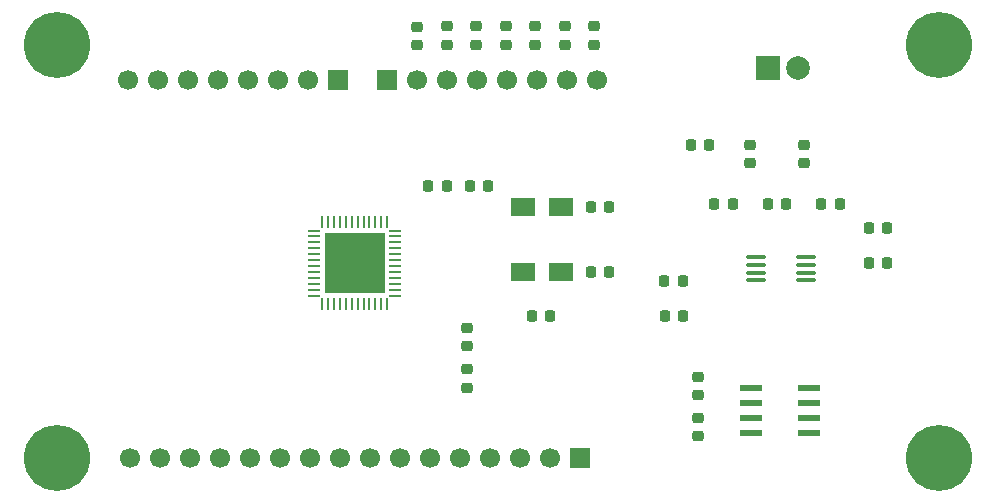
<source format=gbr>
%TF.GenerationSoftware,KiCad,Pcbnew,9.0.3*%
%TF.CreationDate,2025-07-17T21:40:03-07:00*%
%TF.ProjectId,DAQ_dev_board,4441515f-6465-4765-9f62-6f6172642e6b,rev?*%
%TF.SameCoordinates,Original*%
%TF.FileFunction,Soldermask,Top*%
%TF.FilePolarity,Negative*%
%FSLAX46Y46*%
G04 Gerber Fmt 4.6, Leading zero omitted, Abs format (unit mm)*
G04 Created by KiCad (PCBNEW 9.0.3) date 2025-07-17 21:40:03*
%MOMM*%
%LPD*%
G01*
G04 APERTURE LIST*
G04 Aperture macros list*
%AMRoundRect*
0 Rectangle with rounded corners*
0 $1 Rounding radius*
0 $2 $3 $4 $5 $6 $7 $8 $9 X,Y pos of 4 corners*
0 Add a 4 corners polygon primitive as box body*
4,1,4,$2,$3,$4,$5,$6,$7,$8,$9,$2,$3,0*
0 Add four circle primitives for the rounded corners*
1,1,$1+$1,$2,$3*
1,1,$1+$1,$4,$5*
1,1,$1+$1,$6,$7*
1,1,$1+$1,$8,$9*
0 Add four rect primitives between the rounded corners*
20,1,$1+$1,$2,$3,$4,$5,0*
20,1,$1+$1,$4,$5,$6,$7,0*
20,1,$1+$1,$6,$7,$8,$9,0*
20,1,$1+$1,$8,$9,$2,$3,0*%
G04 Aperture macros list end*
%ADD10R,1.700000X1.700000*%
%ADD11C,1.700000*%
%ADD12RoundRect,0.225000X-0.250000X0.225000X-0.250000X-0.225000X0.250000X-0.225000X0.250000X0.225000X0*%
%ADD13RoundRect,0.225000X0.225000X0.250000X-0.225000X0.250000X-0.225000X-0.250000X0.225000X-0.250000X0*%
%ADD14RoundRect,0.225000X-0.225000X-0.250000X0.225000X-0.250000X0.225000X0.250000X-0.225000X0.250000X0*%
%ADD15R,1.009637X0.239283*%
%ADD16R,0.239283X1.009637*%
%ADD17R,5.200000X5.200000*%
%ADD18R,2.000000X2.000000*%
%ADD19C,2.000000*%
%ADD20C,5.600000*%
%ADD21RoundRect,0.100000X-0.712500X-0.100000X0.712500X-0.100000X0.712500X0.100000X-0.712500X0.100000X0*%
%ADD22R,1.981200X0.558800*%
%ADD23RoundRect,0.225000X0.250000X-0.225000X0.250000X0.225000X-0.250000X0.225000X-0.250000X-0.225000X0*%
%ADD24RoundRect,0.102000X0.950000X0.650000X-0.950000X0.650000X-0.950000X-0.650000X0.950000X-0.650000X0*%
G04 APERTURE END LIST*
D10*
%TO.C,J3*%
X142960000Y-86500000D03*
D11*
X145500000Y-86500000D03*
X148040000Y-86500000D03*
X150580000Y-86500000D03*
X153120000Y-86500000D03*
X155660000Y-86500000D03*
X158200000Y-86500000D03*
X160740000Y-86500000D03*
%TD*%
D12*
%TO.C,R11*%
X153000000Y-81950000D03*
X153000000Y-83500000D03*
%TD*%
D13*
%TO.C,C3*%
X156775000Y-106500000D03*
X155225000Y-106500000D03*
%TD*%
%TO.C,0.1uF1*%
X185275000Y-102000000D03*
X183725000Y-102000000D03*
%TD*%
D12*
%TO.C,R5*%
X169285991Y-111628474D03*
X169285991Y-113178474D03*
%TD*%
D10*
%TO.C,J2*%
X159285000Y-118500000D03*
D11*
X156745000Y-118500000D03*
X154205000Y-118500000D03*
X151665000Y-118500000D03*
X149125000Y-118500000D03*
X146585000Y-118500000D03*
X144045000Y-118500000D03*
X141505000Y-118500000D03*
X138965000Y-118500000D03*
X136425000Y-118500000D03*
X133885000Y-118500000D03*
X131345000Y-118500000D03*
X128805000Y-118500000D03*
X126265000Y-118500000D03*
X123725000Y-118500000D03*
X121185000Y-118500000D03*
%TD*%
D13*
%TO.C,1nF3*%
X181275000Y-97000000D03*
X179725000Y-97000000D03*
%TD*%
%TO.C,1nF2*%
X176775000Y-97000000D03*
X175225000Y-97000000D03*
%TD*%
D14*
%TO.C,10uF2*%
X166500000Y-106500000D03*
X168050000Y-106500000D03*
%TD*%
D15*
%TO.C,U1*%
X143676245Y-104750000D03*
X143676245Y-104250001D03*
X143676245Y-103749999D03*
X143676245Y-103250000D03*
X143676245Y-102749998D03*
X143676245Y-102250000D03*
X143676245Y-101750000D03*
X143676245Y-101249999D03*
X143676245Y-100750000D03*
X143676245Y-100249998D03*
X143676245Y-99749999D03*
X143676245Y-99250000D03*
D16*
X142975000Y-98548752D03*
X142475001Y-98548752D03*
X141974999Y-98548752D03*
X141475000Y-98548752D03*
X140974998Y-98548752D03*
X140475000Y-98548752D03*
X139975000Y-98548752D03*
X139474999Y-98548752D03*
X138975000Y-98548752D03*
X138474998Y-98548752D03*
X137974999Y-98548752D03*
X137475000Y-98548752D03*
D15*
X136773752Y-99250000D03*
X136773752Y-99749999D03*
X136773752Y-100249998D03*
X136773752Y-100750000D03*
X136773752Y-101249999D03*
X136773752Y-101750000D03*
X136773752Y-102250000D03*
X136773752Y-102749998D03*
X136773752Y-103250000D03*
X136773752Y-103749999D03*
X136773752Y-104250001D03*
X136773752Y-104750000D03*
D16*
X137475000Y-105451245D03*
X137974999Y-105451245D03*
X138474998Y-105451245D03*
X138975000Y-105451245D03*
X139474999Y-105451245D03*
X139975000Y-105451245D03*
X140475000Y-105451245D03*
X140974998Y-105451245D03*
X141475000Y-105451245D03*
X141974999Y-105451245D03*
X142475001Y-105451245D03*
X142975000Y-105451245D03*
D17*
X140225000Y-102000000D03*
%TD*%
D12*
%TO.C,R12*%
X150500000Y-81950000D03*
X150500000Y-83500000D03*
%TD*%
D18*
%TO.C,J1*%
X175185000Y-85500000D03*
D19*
X177725000Y-85500000D03*
%TD*%
D20*
%TO.C,REF\u002A\u002A*%
X115000000Y-83500000D03*
%TD*%
D12*
%TO.C,R8*%
X160500000Y-81950000D03*
X160500000Y-83500000D03*
%TD*%
%TO.C,R2*%
X178225000Y-92000000D03*
X178225000Y-93550000D03*
%TD*%
D21*
%TO.C,U2*%
X174225000Y-101500000D03*
X174225000Y-102150000D03*
X174225000Y-102800000D03*
X174225000Y-103450000D03*
X178450000Y-103450000D03*
X178450000Y-102800000D03*
X178450000Y-102150000D03*
X178450000Y-101500000D03*
%TD*%
D14*
%TO.C,R3*%
X168675000Y-92000000D03*
X170225000Y-92000000D03*
%TD*%
%TO.C,0.1uF2*%
X166450000Y-103500000D03*
X168000000Y-103500000D03*
%TD*%
D12*
%TO.C,R13*%
X148000000Y-81950000D03*
X148000000Y-83500000D03*
%TD*%
D10*
%TO.C,J5*%
X138780000Y-86500000D03*
D11*
X136240000Y-86500000D03*
X133700000Y-86500000D03*
X131160000Y-86500000D03*
X128620000Y-86500000D03*
X126080000Y-86500000D03*
X123540000Y-86500000D03*
X121000000Y-86500000D03*
%TD*%
D13*
%TO.C,D1*%
X151500000Y-95500000D03*
X149950000Y-95500000D03*
%TD*%
D12*
%TO.C,R4*%
X169285991Y-115128474D03*
X169285991Y-116678474D03*
%TD*%
%TO.C,R1*%
X173725000Y-92000000D03*
X173725000Y-93550000D03*
%TD*%
%TO.C,R6*%
X149725000Y-107500000D03*
X149725000Y-109050000D03*
%TD*%
D13*
%TO.C,C1*%
X161775000Y-102750000D03*
X160225000Y-102750000D03*
%TD*%
D20*
%TO.C,REF\u002A\u002A*%
X189725000Y-83500000D03*
%TD*%
D12*
%TO.C,R14*%
X145500000Y-82000000D03*
X145500000Y-83550000D03*
%TD*%
D22*
%TO.C,U3*%
X173761200Y-112595000D03*
X173761200Y-113865000D03*
X173761200Y-115135000D03*
X173761200Y-116405000D03*
X178688800Y-116405000D03*
X178688800Y-115135000D03*
X178688800Y-113865000D03*
X178688800Y-112595000D03*
%TD*%
D23*
%TO.C,D2*%
X149725000Y-112550000D03*
X149725000Y-111000000D03*
%TD*%
D13*
%TO.C,10uF1*%
X185275000Y-99000000D03*
X183725000Y-99000000D03*
%TD*%
D14*
%TO.C,R7*%
X146450000Y-95500000D03*
X148000000Y-95500000D03*
%TD*%
D12*
%TO.C,R9*%
X158000000Y-81950000D03*
X158000000Y-83500000D03*
%TD*%
D24*
%TO.C,Y1*%
X157676248Y-102750000D03*
X157676248Y-97250000D03*
X154476248Y-97250000D03*
X154476248Y-102750000D03*
%TD*%
D20*
%TO.C,REF\u002A\u002A*%
X189725000Y-118500000D03*
%TD*%
D13*
%TO.C,1nF1*%
X172225000Y-97000000D03*
X170675000Y-97000000D03*
%TD*%
D20*
%TO.C,MAD 2025*%
X115000000Y-118500000D03*
%TD*%
D12*
%TO.C,R10*%
X155500000Y-81950000D03*
X155500000Y-83500000D03*
%TD*%
D13*
%TO.C,C2*%
X161775000Y-97250000D03*
X160225000Y-97250000D03*
%TD*%
M02*

</source>
